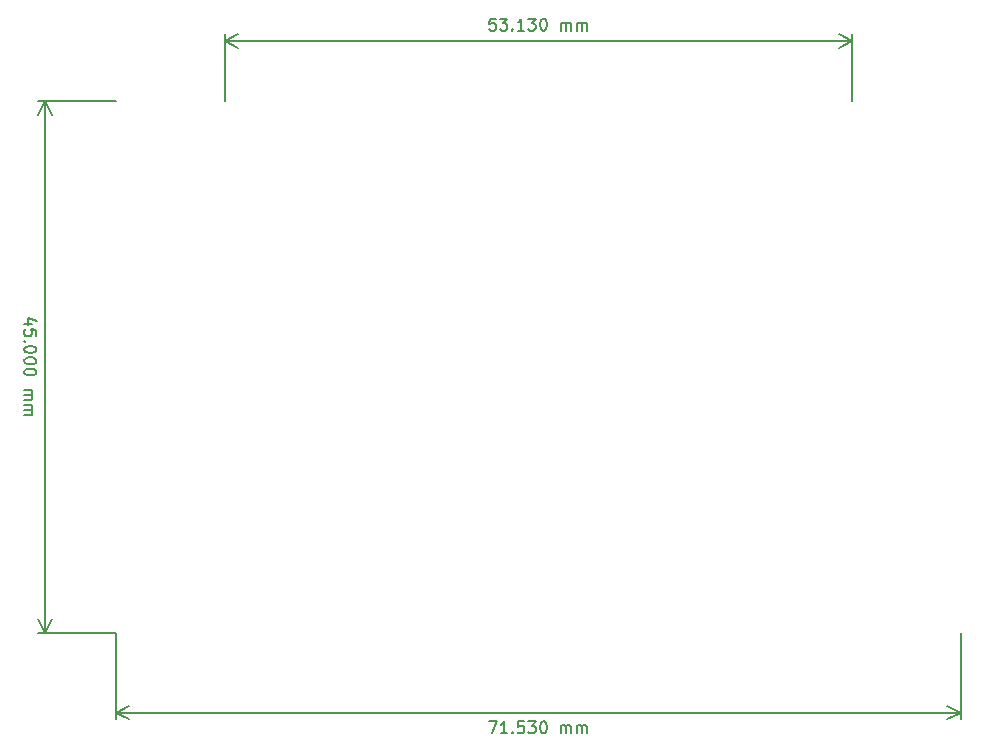
<source format=gbr>
%TF.GenerationSoftware,KiCad,Pcbnew,(5.1.10)-1*%
%TF.CreationDate,2021-11-03T13:15:42+05:30*%
%TF.ProjectId,Modbus_IO_Board,4d6f6462-7573-45f4-994f-5f426f617264,rev?*%
%TF.SameCoordinates,Original*%
%TF.FileFunction,OtherDrawing,Comment*%
%FSLAX46Y46*%
G04 Gerber Fmt 4.6, Leading zero omitted, Abs format (unit mm)*
G04 Created by KiCad (PCBNEW (5.1.10)-1) date 2021-11-03 13:15:42*
%MOMM*%
%LPD*%
G01*
G04 APERTURE LIST*
%ADD10C,0.150000*%
G04 APERTURE END LIST*
D10*
X192145952Y-73012380D02*
X191669761Y-73012380D01*
X191622142Y-73488571D01*
X191669761Y-73440952D01*
X191765000Y-73393333D01*
X192003095Y-73393333D01*
X192098333Y-73440952D01*
X192145952Y-73488571D01*
X192193571Y-73583809D01*
X192193571Y-73821904D01*
X192145952Y-73917142D01*
X192098333Y-73964761D01*
X192003095Y-74012380D01*
X191765000Y-74012380D01*
X191669761Y-73964761D01*
X191622142Y-73917142D01*
X192526904Y-73012380D02*
X193145952Y-73012380D01*
X192812619Y-73393333D01*
X192955476Y-73393333D01*
X193050714Y-73440952D01*
X193098333Y-73488571D01*
X193145952Y-73583809D01*
X193145952Y-73821904D01*
X193098333Y-73917142D01*
X193050714Y-73964761D01*
X192955476Y-74012380D01*
X192669761Y-74012380D01*
X192574523Y-73964761D01*
X192526904Y-73917142D01*
X193574523Y-73917142D02*
X193622142Y-73964761D01*
X193574523Y-74012380D01*
X193526904Y-73964761D01*
X193574523Y-73917142D01*
X193574523Y-74012380D01*
X194574523Y-74012380D02*
X194003095Y-74012380D01*
X194288809Y-74012380D02*
X194288809Y-73012380D01*
X194193571Y-73155238D01*
X194098333Y-73250476D01*
X194003095Y-73298095D01*
X194907857Y-73012380D02*
X195526904Y-73012380D01*
X195193571Y-73393333D01*
X195336428Y-73393333D01*
X195431666Y-73440952D01*
X195479285Y-73488571D01*
X195526904Y-73583809D01*
X195526904Y-73821904D01*
X195479285Y-73917142D01*
X195431666Y-73964761D01*
X195336428Y-74012380D01*
X195050714Y-74012380D01*
X194955476Y-73964761D01*
X194907857Y-73917142D01*
X196145952Y-73012380D02*
X196241190Y-73012380D01*
X196336428Y-73060000D01*
X196384047Y-73107619D01*
X196431666Y-73202857D01*
X196479285Y-73393333D01*
X196479285Y-73631428D01*
X196431666Y-73821904D01*
X196384047Y-73917142D01*
X196336428Y-73964761D01*
X196241190Y-74012380D01*
X196145952Y-74012380D01*
X196050714Y-73964761D01*
X196003095Y-73917142D01*
X195955476Y-73821904D01*
X195907857Y-73631428D01*
X195907857Y-73393333D01*
X195955476Y-73202857D01*
X196003095Y-73107619D01*
X196050714Y-73060000D01*
X196145952Y-73012380D01*
X197669761Y-74012380D02*
X197669761Y-73345714D01*
X197669761Y-73440952D02*
X197717380Y-73393333D01*
X197812619Y-73345714D01*
X197955476Y-73345714D01*
X198050714Y-73393333D01*
X198098333Y-73488571D01*
X198098333Y-74012380D01*
X198098333Y-73488571D02*
X198145952Y-73393333D01*
X198241190Y-73345714D01*
X198384047Y-73345714D01*
X198479285Y-73393333D01*
X198526904Y-73488571D01*
X198526904Y-74012380D01*
X199003095Y-74012380D02*
X199003095Y-73345714D01*
X199003095Y-73440952D02*
X199050714Y-73393333D01*
X199145952Y-73345714D01*
X199288809Y-73345714D01*
X199384047Y-73393333D01*
X199431666Y-73488571D01*
X199431666Y-74012380D01*
X199431666Y-73488571D02*
X199479285Y-73393333D01*
X199574523Y-73345714D01*
X199717380Y-73345714D01*
X199812619Y-73393333D01*
X199860238Y-73488571D01*
X199860238Y-74012380D01*
X169200000Y-74860000D02*
X222330000Y-74860000D01*
X169200000Y-80000000D02*
X169200000Y-74273579D01*
X222330000Y-80000000D02*
X222330000Y-74273579D01*
X222330000Y-74860000D02*
X221203496Y-75446421D01*
X222330000Y-74860000D02*
X221203496Y-74273579D01*
X169200000Y-74860000D02*
X170326504Y-75446421D01*
X169200000Y-74860000D02*
X170326504Y-74273579D01*
X191574523Y-132502379D02*
X192241190Y-132502379D01*
X191812619Y-133502379D01*
X193145952Y-133502379D02*
X192574523Y-133502379D01*
X192860238Y-133502379D02*
X192860238Y-132502379D01*
X192765000Y-132645237D01*
X192669761Y-132740475D01*
X192574523Y-132788094D01*
X193574523Y-133407141D02*
X193622142Y-133454760D01*
X193574523Y-133502379D01*
X193526904Y-133454760D01*
X193574523Y-133407141D01*
X193574523Y-133502379D01*
X194526904Y-132502379D02*
X194050714Y-132502379D01*
X194003095Y-132978570D01*
X194050714Y-132930951D01*
X194145952Y-132883332D01*
X194384047Y-132883332D01*
X194479285Y-132930951D01*
X194526904Y-132978570D01*
X194574523Y-133073808D01*
X194574523Y-133311903D01*
X194526904Y-133407141D01*
X194479285Y-133454760D01*
X194384047Y-133502379D01*
X194145952Y-133502379D01*
X194050714Y-133454760D01*
X194003095Y-133407141D01*
X194907857Y-132502379D02*
X195526904Y-132502379D01*
X195193571Y-132883332D01*
X195336428Y-132883332D01*
X195431666Y-132930951D01*
X195479285Y-132978570D01*
X195526904Y-133073808D01*
X195526904Y-133311903D01*
X195479285Y-133407141D01*
X195431666Y-133454760D01*
X195336428Y-133502379D01*
X195050714Y-133502379D01*
X194955476Y-133454760D01*
X194907857Y-133407141D01*
X196145952Y-132502379D02*
X196241190Y-132502379D01*
X196336428Y-132549999D01*
X196384047Y-132597618D01*
X196431666Y-132692856D01*
X196479285Y-132883332D01*
X196479285Y-133121427D01*
X196431666Y-133311903D01*
X196384047Y-133407141D01*
X196336428Y-133454760D01*
X196241190Y-133502379D01*
X196145952Y-133502379D01*
X196050714Y-133454760D01*
X196003095Y-133407141D01*
X195955476Y-133311903D01*
X195907857Y-133121427D01*
X195907857Y-132883332D01*
X195955476Y-132692856D01*
X196003095Y-132597618D01*
X196050714Y-132549999D01*
X196145952Y-132502379D01*
X197669761Y-133502379D02*
X197669761Y-132835713D01*
X197669761Y-132930951D02*
X197717380Y-132883332D01*
X197812619Y-132835713D01*
X197955476Y-132835713D01*
X198050714Y-132883332D01*
X198098333Y-132978570D01*
X198098333Y-133502379D01*
X198098333Y-132978570D02*
X198145952Y-132883332D01*
X198241190Y-132835713D01*
X198384047Y-132835713D01*
X198479285Y-132883332D01*
X198526904Y-132978570D01*
X198526904Y-133502379D01*
X199003095Y-133502379D02*
X199003095Y-132835713D01*
X199003095Y-132930951D02*
X199050714Y-132883332D01*
X199145952Y-132835713D01*
X199288809Y-132835713D01*
X199384047Y-132883332D01*
X199431666Y-132978570D01*
X199431666Y-133502379D01*
X199431666Y-132978570D02*
X199479285Y-132883332D01*
X199574523Y-132835713D01*
X199717380Y-132835713D01*
X199812619Y-132883332D01*
X199860238Y-132978570D01*
X199860238Y-133502379D01*
X160000000Y-131749999D02*
X231530000Y-131749999D01*
X160000000Y-125000000D02*
X160000000Y-132336420D01*
X231530000Y-125000000D02*
X231530000Y-132336420D01*
X231530000Y-131749999D02*
X230403496Y-132336420D01*
X231530000Y-131749999D02*
X230403496Y-131163578D01*
X160000000Y-131749999D02*
X161126504Y-132336420D01*
X160000000Y-131749999D02*
X161126504Y-131163578D01*
X152914285Y-98833333D02*
X152247619Y-98833333D01*
X153295238Y-98595238D02*
X152580952Y-98357142D01*
X152580952Y-98976190D01*
X153247619Y-99833333D02*
X153247619Y-99357142D01*
X152771428Y-99309523D01*
X152819047Y-99357142D01*
X152866666Y-99452380D01*
X152866666Y-99690476D01*
X152819047Y-99785714D01*
X152771428Y-99833333D01*
X152676190Y-99880952D01*
X152438095Y-99880952D01*
X152342857Y-99833333D01*
X152295238Y-99785714D01*
X152247619Y-99690476D01*
X152247619Y-99452380D01*
X152295238Y-99357142D01*
X152342857Y-99309523D01*
X152342857Y-100309523D02*
X152295238Y-100357142D01*
X152247619Y-100309523D01*
X152295238Y-100261904D01*
X152342857Y-100309523D01*
X152247619Y-100309523D01*
X153247619Y-100976190D02*
X153247619Y-101071428D01*
X153200000Y-101166666D01*
X153152380Y-101214285D01*
X153057142Y-101261904D01*
X152866666Y-101309523D01*
X152628571Y-101309523D01*
X152438095Y-101261904D01*
X152342857Y-101214285D01*
X152295238Y-101166666D01*
X152247619Y-101071428D01*
X152247619Y-100976190D01*
X152295238Y-100880952D01*
X152342857Y-100833333D01*
X152438095Y-100785714D01*
X152628571Y-100738095D01*
X152866666Y-100738095D01*
X153057142Y-100785714D01*
X153152380Y-100833333D01*
X153200000Y-100880952D01*
X153247619Y-100976190D01*
X153247619Y-101928571D02*
X153247619Y-102023809D01*
X153200000Y-102119047D01*
X153152380Y-102166666D01*
X153057142Y-102214285D01*
X152866666Y-102261904D01*
X152628571Y-102261904D01*
X152438095Y-102214285D01*
X152342857Y-102166666D01*
X152295238Y-102119047D01*
X152247619Y-102023809D01*
X152247619Y-101928571D01*
X152295238Y-101833333D01*
X152342857Y-101785714D01*
X152438095Y-101738095D01*
X152628571Y-101690476D01*
X152866666Y-101690476D01*
X153057142Y-101738095D01*
X153152380Y-101785714D01*
X153200000Y-101833333D01*
X153247619Y-101928571D01*
X153247619Y-102880952D02*
X153247619Y-102976190D01*
X153200000Y-103071428D01*
X153152380Y-103119047D01*
X153057142Y-103166666D01*
X152866666Y-103214285D01*
X152628571Y-103214285D01*
X152438095Y-103166666D01*
X152342857Y-103119047D01*
X152295238Y-103071428D01*
X152247619Y-102976190D01*
X152247619Y-102880952D01*
X152295238Y-102785714D01*
X152342857Y-102738095D01*
X152438095Y-102690476D01*
X152628571Y-102642857D01*
X152866666Y-102642857D01*
X153057142Y-102690476D01*
X153152380Y-102738095D01*
X153200000Y-102785714D01*
X153247619Y-102880952D01*
X152247619Y-104404761D02*
X152914285Y-104404761D01*
X152819047Y-104404761D02*
X152866666Y-104452380D01*
X152914285Y-104547619D01*
X152914285Y-104690476D01*
X152866666Y-104785714D01*
X152771428Y-104833333D01*
X152247619Y-104833333D01*
X152771428Y-104833333D02*
X152866666Y-104880952D01*
X152914285Y-104976190D01*
X152914285Y-105119047D01*
X152866666Y-105214285D01*
X152771428Y-105261904D01*
X152247619Y-105261904D01*
X152247619Y-105738095D02*
X152914285Y-105738095D01*
X152819047Y-105738095D02*
X152866666Y-105785714D01*
X152914285Y-105880952D01*
X152914285Y-106023809D01*
X152866666Y-106119047D01*
X152771428Y-106166666D01*
X152247619Y-106166666D01*
X152771428Y-106166666D02*
X152866666Y-106214285D01*
X152914285Y-106309523D01*
X152914285Y-106452380D01*
X152866666Y-106547619D01*
X152771428Y-106595238D01*
X152247619Y-106595238D01*
X154000000Y-80000000D02*
X154000000Y-125000000D01*
X160000000Y-80000000D02*
X153413579Y-80000000D01*
X160000000Y-125000000D02*
X153413579Y-125000000D01*
X154000000Y-125000000D02*
X153413579Y-123873496D01*
X154000000Y-125000000D02*
X154586421Y-123873496D01*
X154000000Y-80000000D02*
X153413579Y-81126504D01*
X154000000Y-80000000D02*
X154586421Y-81126504D01*
M02*

</source>
